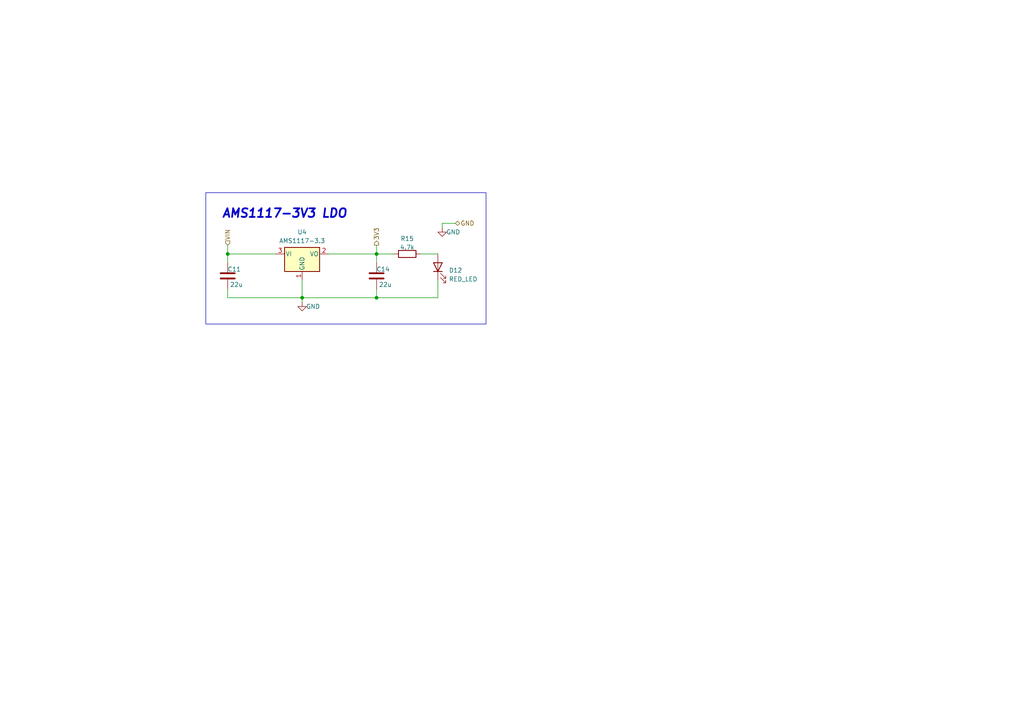
<source format=kicad_sch>
(kicad_sch (version 20250114) (generator "eeschema") (generator_version "9.0")
  (paper "A4")
  (lib_symbols
    (symbol "Device:C" (pin_numbers (hide yes)) (pin_names (offset 0.254))
      (property "Reference" "C" (at 0.635 2.54 0))
      (property "Value" "C" (at 0.635 -2.54 0))
      (symbol "C_0_1"
        (polyline (pts (xy -2.032 0.762) (xy 2.032 0.762)) (stroke (width 0.508)))
        (polyline (pts (xy -2.032 -0.762) (xy 2.032 -0.762)) (stroke (width 0.508)))
      )
      (symbol "C_1_1"
        (pin passive line (at 0 3.81 270) (length 2.794) (name "~") (number "1"))
        (pin passive line (at 0 -3.81 90) (length 2.794) (name "~") (number "2"))
      )
    )
    (symbol "Device:LED" (pin_numbers (hide yes)) (pin_names (offset 1.016) (hide yes))
      (property "Reference" "D" (at 0 2.54 0))
      (property "Value" "LED" (at 0 -2.54 0))
      (symbol "LED_0_1"
        (polyline (pts (xy -3.048 -0.762) (xy -4.572 -2.286) (xy -3.81 -2.286) (xy -4.572 -2.286) (xy -4.572 -1.524)))
        (polyline (pts (xy -1.778 -0.762) (xy -3.302 -2.286) (xy -2.54 -2.286) (xy -3.302 -2.286) (xy -3.302 -1.524)))
        (polyline (pts (xy -1.27 0) (xy 1.27 0)))
        (polyline (pts (xy -1.27 -1.27) (xy -1.27 1.27)) (stroke (width 0.254)))
        (polyline (pts (xy 1.27 -1.27) (xy 1.27 1.27) (xy -1.27 0) (xy 1.27 -1.27)) (stroke (width 0.254)))
      )
      (symbol "LED_1_1"
        (pin passive line (at -3.81 0 0) (length 2.54) (name "K") (number "1"))
        (pin passive line (at 3.81 0 180) (length 2.54) (name "A") (number "2"))
      )
    )
    (symbol "Device:R" (pin_numbers (hide yes)) (pin_names (offset 0))
      (property "Reference" "R" (at 2.032 0 90))
      (property "Value" "R" (at 0 0 90))
      (symbol "R_0_1"
        (rectangle (start -1.016 -2.54) (end 1.016 2.54) (stroke (width 0.254)))
      )
      (symbol "R_1_1"
        (pin passive line (at 0 3.81 270) (length 1.27) (name "~") (number "1"))
        (pin passive line (at 0 -3.81 90) (length 1.27) (name "~") (number "2"))
      )
    )
    (symbol "Regulator_Linear:AMS1117-3.3" (pin_names (offset 0.254))
      (property "Reference" "U" (at -3.81 3.175 0))
      (property "Value" "AMS1117-3.3" (at 0 3.175 0))
      (symbol "AMS1117-3.3_0_1"
        (rectangle (start -5.08 -5.08) (end 5.08 1.905) (stroke (width 0.254)) (fill (type background)))
      )
      (symbol "AMS1117-3.3_1_1"
        (pin power_in line (at -7.62 0 0) (length 2.54) (name "VI") (number "3"))
        (pin power_in line (at 0 -7.62 90) (length 2.54) (name "GND") (number "1"))
        (pin power_out line (at 7.62 0 180) (length 2.54) (name "VO") (number "2"))
      )
    )
    (symbol "power:GND" (power) (pin_names (offset 0))
      (property "Value" "GND" (at 0 -3.81 0))
      (symbol "GND_0_1"
        (polyline (pts (xy 0 0) (xy 0 -1.27) (xy 1.27 -1.27) (xy 0 -2.54) (xy -1.27 -1.27) (xy 0 -1.27)))
      )
      (symbol "GND_1_1"
        (pin power_in line (at 0 0 270) (length 0) (hide yes) (name "GND") (number "1"))
      )
    )
  )
  (rectangle (start 59.69 55.88) (end 140.97 93.98))
  (text "AMS1117-3V3 LDO\n" (at 64.262 63.5 0) (effects (font (size 2.5 2.5) (thickness 0.5) (bold yes) (italic yes)) (justify left bottom)))
  (junction (at 87.63 86.36))
  (junction (at 109.22 86.36))
  (junction (at 109.22 73.66))
  (junction (at 66.04 73.66))
  (wire (pts (xy 109.22 71.12) (xy 109.22 73.66)))
  (wire (pts (xy 121.92 73.66) (xy 127 73.66)))
  (wire (pts (xy 127 81.28) (xy 127 86.36)))
  (wire (pts (xy 128.27 64.77) (xy 132.08 64.77)))
  (wire (pts (xy 95.25 73.66) (xy 109.22 73.66)))
  (wire (pts (xy 66.04 71.12) (xy 66.04 73.66)))
  (wire (pts (xy 66.04 86.36) (xy 66.04 83.82)))
  (wire (pts (xy 87.63 81.28) (xy 87.63 86.36)))
  (wire (pts (xy 66.04 86.36) (xy 87.63 86.36)))
  (wire (pts (xy 66.04 76.2) (xy 66.04 73.66)))
  (wire (pts (xy 109.22 86.36) (xy 127 86.36)))
  (wire (pts (xy 87.63 87.63) (xy 87.63 86.36)))
  (wire (pts (xy 109.22 83.82) (xy 109.22 86.36)))
  (wire (pts (xy 128.27 66.04) (xy 128.27 64.77)))
  (wire (pts (xy 109.22 76.2) (xy 109.22 73.66)))
  (wire (pts (xy 66.04 73.66) (xy 80.01 73.66)))
  (wire (pts (xy 109.22 73.66) (xy 114.3 73.66)))
  (wire (pts (xy 87.63 86.36) (xy 109.22 86.36)))
  (hierarchical_label "3V3" (shape output) (at 109.22 71.12 90))
  (hierarchical_label "VIN" (shape input) (at 66.04 71.12 90))
  (hierarchical_label "GND" (shape bidirectional) (at 132.08 64.77 0))
  (symbol (lib_id "Device:C") (at 109.22 80.01 180) (unit 1)
    (property "Reference" "C14" (at 111.125 78.105 0))
    (property "Value" "22u" (at 111.76 82.55 0))
    (property "Footprint" "Capacitor_SMD:C_1206_3216Metric" (effects (hide yes)))
    (property "LCSC Part #" "C12891" (effects (hide yes)))
  )
  (symbol (lib_id "Device:LED") (at 127 77.47 90) (unit 1)
    (property "Reference" "D12" (at 130.175 78.4225 90) (effects (justify right)))
    (property "Value" "RED_LED" (at 130.175 80.9625 90) (effects (justify right)))
    (property "Footprint" "LED_SMD:LED_0603_1608Metric" (effects (hide yes)))
    (property "LCSC Part #" "C2286" (effects (hide yes)))
  )
  (symbol (lib_id "Regulator_Linear:AMS1117-3.3") (at 87.63 73.66 0) (unit 1)
    (property "Reference" "U4" (at 87.63 67.31 0))
    (property "Value" "AMS1117-3.3" (at 87.63 69.85 0))
    (property "Footprint" "Package_TO_SOT_SMD:SOT-223-3_TabPin2" (effects (hide yes)))
    (property "Datasheet" "http://www.advanced-monolithic.com/pdf/ds1117.pdf" (effects (hide yes)))
    (property "JLCPCB" "C6186" (effects (hide yes)))
    (property "MPN" "C6186" (effects (hide yes)))
    (property "LCSC Part #" "C6186" (effects (hide yes)))
  )
  (symbol (lib_id "Device:R") (at 118.11 73.66 90) (unit 1)
    (property "Reference" "R15" (at 118.11 69.215 90))
    (property "Value" "4.7k" (at 118.11 71.755 90))
    (property "Footprint" "Resistor_SMD:R_0603_1608Metric" (effects (hide yes)))
    (property "LCSC Part #" "C23162" (effects (hide yes)))
  )
  (symbol (lib_id "Device:C") (at 66.04 80.01 180) (unit 1)
    (property "Reference" "C11" (at 67.945 78.105 0))
    (property "Value" "22u" (at 68.58 82.55 0))
    (property "Footprint" "Capacitor_SMD:C_1206_3216Metric" (effects (hide yes)))
    (property "LCSC Part #" "C12891" (effects (hide yes)))
  )
  (symbol (lib_id "power:GND") (at 128.27 66.04 0) (unit 1)
    (property "Reference" "#PWR018" (effects (hide yes)))
    (property "Value" "GND" (at 131.445 67.31 0))
  )
  (symbol (lib_id "power:GND") (at 87.63 87.63 0) (unit 1)
    (property "Reference" "#PWR017" (effects (hide yes)))
    (property "Value" "GND" (at 90.805 88.9 0))
  )
)
</source>
